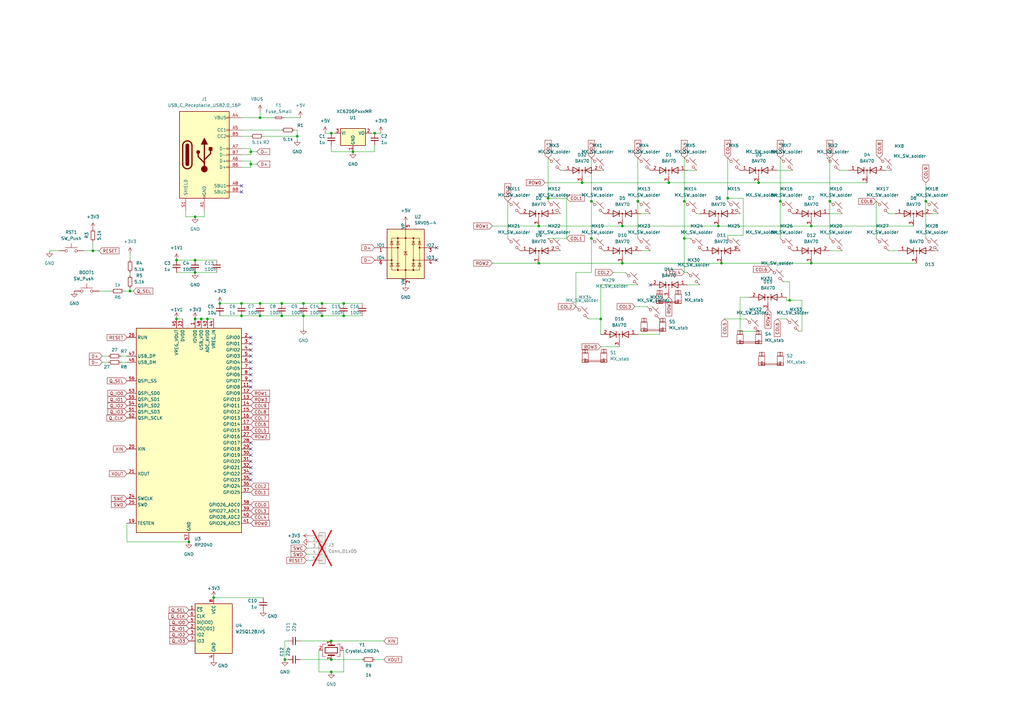
<source format=kicad_sch>
(kicad_sch (version 20231120) (generator "eeschema") (generator_version "8.0")
  (paper "A3")
  (junction (at 280.67 82.55))
  (junction (at 132.08 129.54))
  (junction (at 99.06 124.46))
  (junction (at 80.01 111.76))
  (junction (at 72.39 130.81))
  (junction (at 153.67 54.61))
  (junction (at 121.92 55.88))
  (junction (at 332.74 92.71))
  (junction (at 323.85 123.19))
  (junction (at 115.57 124.46))
  (junction (at 242.57 97.79))
  (junction (at 77.47 222.25))
  (junction (at 116.84 270.51))
  (junction (at 102.87 67.31))
  (junction (at 135.89 270.51))
  (junction (at 99.06 129.54))
  (junction (at 255.27 107.95))
  (junction (at 80.01 130.81))
  (junction (at 80.01 88.9))
  (junction (at 53.34 119.38))
  (junction (at 124.46 124.46))
  (junction (at 255.27 92.71))
  (junction (at 102.87 62.23))
  (junction (at 220.98 92.71))
  (junction (at 106.68 48.26))
  (junction (at 295.91 107.95))
  (junction (at 82.55 130.81))
  (junction (at 90.17 124.46))
  (junction (at 72.39 106.68))
  (junction (at 242.57 82.55))
  (junction (at 298.45 81.28))
  (junction (at 87.63 245.11))
  (junction (at 224.79 81.28))
  (junction (at 106.68 129.54))
  (junction (at 294.64 92.71))
  (junction (at 124.46 129.54))
  (junction (at 220.98 107.95))
  (junction (at 311.15 74.93))
  (junction (at 115.57 129.54))
  (junction (at 80.01 106.68))
  (junction (at 140.97 129.54))
  (junction (at 135.89 54.61))
  (junction (at 85.09 130.81))
  (junction (at 379.73 82.55))
  (junction (at 106.68 124.46))
  (junction (at 144.78 62.23))
  (junction (at 332.74 107.95))
  (junction (at 140.97 124.46))
  (junction (at 340.36 82.55))
  (junction (at 274.32 74.93))
  (junction (at 246.38 130.81))
  (junction (at 135.89 262.89))
  (junction (at 238.76 74.93))
  (junction (at 38.1 102.87))
  (junction (at 320.04 82.55))
  (junction (at 261.62 82.55))
  (junction (at 135.89 275.59))
  (junction (at 132.08 124.46))
  (junction (at 280.67 97.79))
  (no_connect (at 102.87 186.69))
  (no_connect (at 102.87 181.61))
  (no_connect (at 99.06 78.74))
  (no_connect (at 102.87 146.05))
  (no_connect (at 102.87 184.15))
  (no_connect (at 102.87 153.67))
  (no_connect (at 266.7 116.84))
  (no_connect (at 102.87 140.97))
  (no_connect (at 102.87 158.75))
  (no_connect (at 102.87 194.31))
  (no_connect (at 179.07 106.68))
  (no_connect (at 179.07 101.6))
  (no_connect (at 102.87 189.23))
  (no_connect (at 102.87 151.13))
  (no_connect (at 102.87 196.85))
  (no_connect (at 99.06 76.2))
  (no_connect (at 102.87 156.21))
  (no_connect (at 102.87 148.59))
  (no_connect (at 102.87 191.77))
  (no_connect (at 102.87 138.43))
  (no_connect (at 102.87 143.51))
  (wire (pts (xy 364.49 87.63) (xy 367.03 87.63)))
  (wire (pts (xy 105.41 62.23) (xy 102.87 62.23)))
  (wire (pts (xy 246.38 116.84) (xy 246.38 130.81)))
  (wire (pts (xy 302.26 87.63) (xy 303.53 87.63)))
  (wire (pts (xy 238.76 74.93) (xy 274.32 74.93)))
  (wire (pts (xy 135.89 262.89) (xy 123.19 262.89)))
  (wire (pts (xy 40.64 119.38) (xy 45.72 119.38)))
  (wire (pts (xy 80.01 111.76) (xy 88.9 111.76)))
  (wire (pts (xy 102.87 60.96) (xy 102.87 62.23)))
  (wire (pts (xy 201.93 92.71) (xy 220.98 92.71)))
  (wire (pts (xy 124.46 129.54) (xy 124.46 134.62)))
  (wire (pts (xy 261.62 116.84) (xy 246.38 116.84)))
  (wire (pts (xy 80.01 88.9) (xy 83.82 88.9)))
  (wire (pts (xy 303.53 121.92) (xy 307.34 121.92)))
  (wire (pts (xy 99.06 66.04) (xy 102.87 66.04)))
  (wire (pts (xy 340.36 82.55) (xy 340.36 97.79)))
  (wire (pts (xy 254 142.24) (xy 246.38 142.24)))
  (wire (pts (xy 322.58 121.92) (xy 322.58 123.19)))
  (wire (pts (xy 118.11 262.89) (xy 116.84 262.89)))
  (wire (pts (xy 135.89 54.61) (xy 137.16 54.61)))
  (wire (pts (xy 102.87 66.04) (xy 102.87 67.31)))
  (wire (pts (xy 320.04 82.55) (xy 320.04 97.79)))
  (wire (pts (xy 124.46 124.46) (xy 132.08 124.46)))
  (wire (pts (xy 318.77 69.85) (xy 325.12 69.85)))
  (wire (pts (xy 106.68 45.72) (xy 106.68 48.26)))
  (wire (pts (xy 82.55 130.81) (xy 85.09 130.81)))
  (wire (pts (xy 304.8 81.28) (xy 304.8 96.52)))
  (wire (pts (xy 201.93 107.95) (xy 220.98 107.95)))
  (wire (pts (xy 125.73 227.33) (xy 127 227.33)))
  (wire (pts (xy 133.35 54.61) (xy 135.89 54.61)))
  (wire (pts (xy 130.81 275.59) (xy 135.89 275.59)))
  (wire (pts (xy 34.29 102.87) (xy 38.1 102.87)))
  (wire (pts (xy 223.52 74.93) (xy 238.76 74.93)))
  (wire (pts (xy 344.17 69.85) (xy 347.98 69.85)))
  (wire (pts (xy 270.51 130.81) (xy 270.51 137.16)))
  (wire (pts (xy 116.84 262.89) (xy 116.84 270.51)))
  (wire (pts (xy 49.53 146.05) (xy 52.07 146.05)))
  (wire (pts (xy 261.62 82.55) (xy 261.62 97.79)))
  (wire (pts (xy 106.68 124.46) (xy 115.57 124.46)))
  (wire (pts (xy 382.27 87.63) (xy 384.81 87.63)))
  (wire (pts (xy 246.38 130.81) (xy 246.38 137.16)))
  (wire (pts (xy 379.73 82.55) (xy 379.73 97.79)))
  (wire (pts (xy 107.95 55.88) (xy 121.92 55.88)))
  (wire (pts (xy 328.93 135.89) (xy 328.93 123.19)))
  (wire (pts (xy 99.06 63.5) (xy 102.87 63.5)))
  (wire (pts (xy 120.65 53.34) (xy 121.92 53.34)))
  (wire (pts (xy 49.53 148.59) (xy 52.07 148.59)))
  (wire (pts (xy 72.39 106.68) (xy 80.01 106.68)))
  (wire (pts (xy 359.41 82.55) (xy 359.41 97.79)))
  (wire (pts (xy 208.28 82.55) (xy 208.28 97.79)))
  (wire (pts (xy 280.67 97.79) (xy 280.67 111.76)))
  (wire (pts (xy 87.63 245.11) (xy 107.95 245.11)))
  (wire (pts (xy 220.98 92.71) (xy 255.27 92.71)))
  (wire (pts (xy 83.82 88.9) (xy 83.82 86.36)))
  (wire (pts (xy 255.27 92.71) (xy 294.64 92.71)))
  (wire (pts (xy 295.91 107.95) (xy 332.74 107.95)))
  (wire (pts (xy 303.53 121.92) (xy 303.53 135.89)))
  (wire (pts (xy 99.06 124.46) (xy 106.68 124.46)))
  (wire (pts (xy 242.57 82.55) (xy 242.57 97.79)))
  (wire (pts (xy 99.06 53.34) (xy 115.57 53.34)))
  (wire (pts (xy 340.36 64.77) (xy 339.09 64.77)))
  (wire (pts (xy 72.39 130.81) (xy 74.93 130.81)))
  (wire (pts (xy 80.01 106.68) (xy 88.9 106.68)))
  (wire (pts (xy 265.43 125.73) (xy 260.35 125.73)))
  (wire (pts (xy 242.57 64.77) (xy 242.57 82.55)))
  (wire (pts (xy 80.01 130.81) (xy 82.55 130.81)))
  (wire (pts (xy 125.73 229.87) (xy 127 229.87)))
  (wire (pts (xy 251.46 111.76) (xy 256.54 111.76)))
  (wire (pts (xy 102.87 67.31) (xy 102.87 68.58)))
  (wire (pts (xy 224.79 97.79) (xy 232.41 97.79)))
  (wire (pts (xy 281.94 69.85) (xy 285.75 69.85)))
  (wire (pts (xy 20.32 102.87) (xy 24.13 102.87)))
  (wire (pts (xy 304.8 96.52) (xy 298.45 96.52)))
  (wire (pts (xy 124.46 129.54) (xy 132.08 129.54)))
  (wire (pts (xy 311.15 74.93) (xy 355.6 74.93)))
  (wire (pts (xy 322.58 123.19) (xy 323.85 123.19)))
  (wire (pts (xy 153.67 59.69) (xy 153.67 62.23)))
  (wire (pts (xy 135.89 62.23) (xy 144.78 62.23)))
  (wire (pts (xy 318.77 130.81) (xy 322.58 130.81)))
  (wire (pts (xy 298.45 81.28) (xy 298.45 82.55)))
  (wire (pts (xy 262.89 87.63) (xy 266.7 87.63)))
  (wire (pts (xy 304.8 81.28) (xy 298.45 81.28)))
  (wire (pts (xy 298.45 96.52) (xy 298.45 97.79)))
  (wire (pts (xy 228.6 102.87) (xy 229.87 102.87)))
  (wire (pts (xy 241.3 130.81) (xy 246.38 130.81)))
  (wire (pts (xy 125.73 224.79) (xy 127 224.79)))
  (wire (pts (xy 76.2 86.36) (xy 76.2 88.9)))
  (wire (pts (xy 72.39 111.76) (xy 80.01 111.76)))
  (wire (pts (xy 41.91 146.05) (xy 44.45 146.05)))
  (wire (pts (xy 220.98 107.95) (xy 255.27 107.95)))
  (wire (pts (xy 236.22 125.73) (xy 236.22 111.76)))
  (wire (pts (xy 298.45 64.77) (xy 298.45 81.28)))
  (wire (pts (xy 152.4 54.61) (xy 153.67 54.61)))
  (wire (pts (xy 53.34 119.38) (xy 54.61 119.38)))
  (wire (pts (xy 135.89 270.51) (xy 148.59 270.51)))
  (wire (pts (xy 90.17 129.54) (xy 99.06 129.54)))
  (wire (pts (xy 332.74 92.71) (xy 374.65 92.71)))
  (wire (pts (xy 280.67 64.77) (xy 280.67 82.55)))
  (wire (pts (xy 41.91 148.59) (xy 44.45 148.59)))
  (wire (pts (xy 340.36 102.87) (xy 345.44 102.87)))
  (wire (pts (xy 135.89 59.69) (xy 135.89 62.23)))
  (wire (pts (xy 99.06 68.58) (xy 102.87 68.58)))
  (wire (pts (xy 123.19 270.51) (xy 135.89 270.51)))
  (wire (pts (xy 281.94 116.84) (xy 287.02 116.84)))
  (wire (pts (xy 38.1 99.06) (xy 38.1 102.87)))
  (wire (pts (xy 323.85 115.57) (xy 321.31 115.57)))
  (wire (pts (xy 140.97 124.46) (xy 148.59 124.46)))
  (wire (pts (xy 153.67 270.51) (xy 157.48 270.51)))
  (wire (pts (xy 132.08 124.46) (xy 140.97 124.46)))
  (wire (pts (xy 90.17 124.46) (xy 99.06 124.46)))
  (wire (pts (xy 50.8 119.38) (xy 53.34 119.38)))
  (wire (pts (xy 52.07 222.25) (xy 77.47 222.25)))
  (wire (pts (xy 255.27 107.95) (xy 295.91 107.95)))
  (wire (pts (xy 270.51 137.16) (xy 261.62 137.16)))
  (wire (pts (xy 280.67 82.55) (xy 280.67 97.79)))
  (wire (pts (xy 236.22 111.76) (xy 242.57 111.76)))
  (wire (pts (xy 340.36 64.77) (xy 340.36 82.55)))
  (wire (pts (xy 99.06 129.54) (xy 106.68 129.54)))
  (wire (pts (xy 99.06 48.26) (xy 106.68 48.26)))
  (wire (pts (xy 121.92 55.88) (xy 121.92 57.15)))
  (wire (pts (xy 297.18 130.81) (xy 306.07 130.81)))
  (wire (pts (xy 262.89 102.87) (xy 266.7 102.87)))
  (wire (pts (xy 115.57 129.54) (xy 124.46 129.54)))
  (wire (pts (xy 106.68 129.54) (xy 115.57 129.54)))
  (wire (pts (xy 115.57 124.46) (xy 124.46 124.46)))
  (wire (pts (xy 379.73 74.93) (xy 379.73 82.55)))
  (wire (pts (xy 99.06 55.88) (xy 102.87 55.88)))
  (wire (pts (xy 102.87 62.23) (xy 102.87 63.5)))
  (wire (pts (xy 294.64 92.71) (xy 332.74 92.71)))
  (wire (pts (xy 383.54 102.87) (xy 384.81 102.87)))
  (wire (pts (xy 363.22 69.85) (xy 365.76 69.85)))
  (wire (pts (xy 53.34 118.11) (xy 53.34 119.38)))
  (wire (pts (xy 242.57 111.76) (xy 242.57 97.79)))
  (wire (pts (xy 224.79 81.28) (xy 232.41 81.28)))
  (wire (pts (xy 323.85 115.57) (xy 323.85 123.19)))
  (wire (pts (xy 153.67 54.61) (xy 156.21 54.61)))
  (wire (pts (xy 229.87 69.85) (xy 231.14 69.85)))
  (wire (pts (xy 105.41 67.31) (xy 102.87 67.31)))
  (wire (pts (xy 85.09 130.81) (xy 87.63 130.81)))
  (wire (pts (xy 247.65 69.85) (xy 246.38 69.85)))
  (wire (pts (xy 280.67 111.76) (xy 281.94 111.76)))
  (wire (pts (xy 261.62 64.77) (xy 261.62 82.55)))
  (wire (pts (xy 116.84 48.26) (xy 123.19 48.26)))
  (wire (pts (xy 53.34 104.14) (xy 53.34 106.68)))
  (wire (pts (xy 132.08 129.54) (xy 140.97 129.54)))
  (wire (pts (xy 135.89 262.89) (xy 157.48 262.89)))
  (wire (pts (xy 53.34 111.76) (xy 53.34 113.03)))
  (wire (pts (xy 320.04 64.77) (xy 320.04 82.55)))
  (wire (pts (xy 224.79 64.77) (xy 224.79 81.28)))
  (wire (pts (xy 323.85 123.19) (xy 328.93 123.19)))
  (wire (pts (xy 332.74 107.95) (xy 375.92 107.95)))
  (wire (pts (xy 99.06 60.96) (xy 102.87 60.96)))
  (wire (pts (xy 153.67 62.23) (xy 144.78 62.23)))
  (wire (pts (xy 52.07 214.63) (xy 52.07 222.25)))
  (wire (pts (xy 228.6 87.63) (xy 229.87 87.63)))
  (wire (pts (xy 232.41 81.28) (xy 232.41 97.79)))
  (wire (pts (xy 274.32 74.93) (xy 311.15 74.93)))
  (wire (pts (xy 116.84 270.51) (xy 118.11 270.51)))
  (wire (pts (xy 106.68 48.26) (xy 111.76 48.26)))
  (wire (pts (xy 364.49 102.87) (xy 368.3 102.87)))
  (wire (pts (xy 285.75 87.63) (xy 287.02 87.63)))
  (wire (pts (xy 280.67 97.79) (xy 283.21 97.79)))
  (wire (pts (xy 76.2 88.9) (xy 80.01 88.9)))
  (wire (pts (xy 140.97 275.59) (xy 135.89 275.59)))
  (wire (pts (xy 140.97 129.54) (xy 148.59 129.54)))
  (wire (pts (xy 224.79 81.28) (xy 224.79 82.55)))
  (wire (pts (xy 328.93 135.89) (xy 327.66 135.89)))
  (wire (pts (xy 130.81 266.7) (xy 130.81 275.59)))
  (wire (pts (xy 140.97 266.7) (xy 140.97 275.59)))
  (wire (pts (xy 340.36 87.63) (xy 345.44 87.63)))
  (wire (pts (xy 40.64 102.87) (xy 38.1 102.87)))
  (wire (pts (xy 121.92 53.34) (xy 121.92 55.88)))
  (wire (pts (xy 311.15 135.89) (xy 303.53 135.89)))
  (global_label "COL6" (shape input) (at 102.87 173.99 0) (property "Intersheetrefs" "${INTERSHEET_REFS}" (effects (hide yes))))
  (global_label "Q_IO1" (shape input) (at 52.07 163.83 180) (property "Intersheetrefs" "${INTERSHEET_REFS}" (effects (hide yes))))
  (global_label "COL3" (shape input) (at 261.62 64.77 90) (property "Intersheetrefs" "${INTERSHEET_REFS}" (effects (hide yes))))
  (global_label "COL1" (shape input) (at 102.87 201.93 0) (property "Intersheetrefs" "${INTERSHEET_REFS}" (effects (hide yes))))
  (global_label "D-" (shape input) (at 41.91 148.59 180) (property "Intersheetrefs" "${INTERSHEET_REFS}" (effects (hide yes))))
  (global_label "COL2" (shape input) (at 251.46 111.76 180) (property "Intersheetrefs" "${INTERSHEET_REFS}" (effects (hide yes))))
  (global_label "COL3" (shape input) (at 102.87 209.55 0) (property "Intersheetrefs" "${INTERSHEET_REFS}" (effects (hide yes))))
  (global_label "Q_IO3" (shape input) (at 52.07 168.91 180) (property "Intersheetrefs" "${INTERSHEET_REFS}" (effects (hide yes))))
  (global_label "COL7" (shape input) (at 102.87 171.45 0) (property "Intersheetrefs" "${INTERSHEET_REFS}" (effects (hide yes))))
  (global_label "COL9" (shape input) (at 102.87 166.37 0) (property "Intersheetrefs" "${INTERSHEET_REFS}" (effects (hide yes))))
  (global_label "COL0" (shape input) (at 102.87 207.01 0) (property "Intersheetrefs" "${INTERSHEET_REFS}" (effects (hide yes))))
  (global_label "COL1" (shape input) (at 224.79 64.77 90) (property "Intersheetrefs" "${INTERSHEET_REFS}" (effects (hide yes))))
  (global_label "RESET" (shape input) (at 40.64 102.87 0) (property "Intersheetrefs" "${INTERSHEET_REFS}" (effects (hide yes))))
  (global_label "Q_IO0" (shape input) (at 77.47 255.27 180) (property "Intersheetrefs" "${INTERSHEET_REFS}" (effects (hide yes))))
  (global_label "XOUT" (shape input) (at 157.48 270.51 0) (property "Intersheetrefs" "${INTERSHEET_REFS}" (effects (hide yes))))
  (global_label "D+" (shape input) (at 153.67 101.6 180) (property "Intersheetrefs" "${INTERSHEET_REFS}" (effects (hide yes))))
  (global_label "XOUT" (shape input) (at 52.07 194.31 180) (property "Intersheetrefs" "${INTERSHEET_REFS}" (effects (hide yes))))
  (global_label "COL6" (shape input) (at 318.77 130.81 270) (property "Intersheetrefs" "${INTERSHEET_REFS}" (effects (hide yes))))
  (global_label "COL0" (shape input) (at 208.28 82.55 90) (property "Intersheetrefs" "${INTERSHEET_REFS}" (effects (hide yes))))
  (global_label "COL5" (shape input) (at 298.45 64.77 90) (property "Intersheetrefs" "${INTERSHEET_REFS}" (effects (hide yes))))
  (global_label "COL6" (shape input) (at 320.04 64.77 90) (property "Intersheetrefs" "${INTERSHEET_REFS}" (effects (hide yes))))
  (global_label "Q_IO0" (shape input) (at 52.07 161.29 180) (property "Intersheetrefs" "${INTERSHEET_REFS}" (effects (hide yes))))
  (global_label "COL4" (shape input) (at 280.67 111.76 180) (property "Intersheetrefs" "${INTERSHEET_REFS}" (effects (hide yes))))
  (global_label "ROW2" (shape input) (at 201.93 107.95 180) (property "Intersheetrefs" "${INTERSHEET_REFS}" (effects (hide yes))))
  (global_label "ROW3" (shape input) (at 246.38 142.24 180) (property "Intersheetrefs" "${INTERSHEET_REFS}" (effects (hide yes))))
  (global_label "Q_SEL" (shape input) (at 54.61 119.38 0) (property "Intersheetrefs" "${INTERSHEET_REFS}" (effects (hide yes))))
  (global_label "SWD" (shape input) (at 52.07 207.01 180) (property "Intersheetrefs" "${INTERSHEET_REFS}" (effects (hide yes))))
  (global_label "ROW3" (shape input) (at 314.96 127 270) (property "Intersheetrefs" "${INTERSHEET_REFS}" (effects (hide yes))))
  (global_label "COL4" (shape input) (at 280.67 64.77 90) (property "Intersheetrefs" "${INTERSHEET_REFS}" (effects (hide yes))))
  (global_label "COL4" (shape input) (at 102.87 212.09 0) (property "Intersheetrefs" "${INTERSHEET_REFS}" (effects (hide yes))))
  (global_label "COL8" (shape input) (at 102.87 168.91 0) (property "Intersheetrefs" "${INTERSHEET_REFS}" (effects (hide yes))))
  (global_label "COL5" (shape input) (at 297.18 130.81 270) (property "Intersheetrefs" "${INTERSHEET_REFS}" (effects (hide yes))))
  (global_label "ROW3" (shape input) (at 102.87 163.83 0) (property "Intersheetrefs" "${INTERSHEET_REFS}" (effects (hide yes))))
  (global_label "COL5" (shape input) (at 102.87 176.53 0) (property "Intersheetrefs" "${INTERSHEET_REFS}" (effects (hide yes))))
  (global_label "COL9" (shape input) (at 379.73 74.93 90) (property "Intersheetrefs" "${INTERSHEET_REFS}" (effects (hide yes))))
  (global_label "Q_CLK" (shape input) (at 52.07 171.45 180) (property "Intersheetrefs" "${INTERSHEET_REFS}" (effects (hide yes))))
  (global_label "Q_IO1" (shape input) (at 77.47 257.81 180) (property "Intersheetrefs" "${INTERSHEET_REFS}" (effects (hide yes))))
  (global_label "Q_IO2" (shape input) (at 77.47 260.35 180) (property "Intersheetrefs" "${INTERSHEET_REFS}" (effects (hide yes))))
  (global_label "D-" (shape input) (at 153.67 106.68 180) (property "Intersheetrefs" "${INTERSHEET_REFS}" (effects (hide yes))))
  (global_label "SWD" (shape input) (at 125.73 227.33 180) (property "Intersheetrefs" "${INTERSHEET_REFS}" (effects (hide yes))))
  (global_label "Q_SEL" (shape input) (at 52.07 156.21 180) (property "Intersheetrefs" "${INTERSHEET_REFS}" (effects (hide yes))))
  (global_label "COL7" (shape input) (at 340.36 64.77 90) (property "Intersheetrefs" "${INTERSHEET_REFS}" (effects (hide yes))))
  (global_label "D+" (shape input) (at 105.41 67.31 0) (property "Intersheetrefs" "${INTERSHEET_REFS}" (effects (hide yes))))
  (global_label "XIN" (shape input) (at 52.07 184.15 180) (property "Intersheetrefs" "${INTERSHEET_REFS}" (effects (hide yes))))
  (global_label "RESET" (shape input) (at 125.73 229.87 180) (property "Intersheetrefs" "${INTERSHEET_REFS}" (effects (hide yes))))
  (global_label "SWC" (shape input) (at 125.73 224.79 180) (property "Intersheetrefs" "${INTERSHEET_REFS}" (effects (hide yes))))
  (global_label "XIN" (shape input) (at 157.48 262.89 0) (property "Intersheetrefs" "${INTERSHEET_REFS}" (effects (hide yes))))
  (global_label "COL1" (shape input) (at 232.41 97.79 0) (property "Intersheetrefs" "${INTERSHEET_REFS}" (effects (hide yes))))
  (global_label "Q_IO3" (shape input) (at 77.47 262.89 180) (property "Intersheetrefs" "${INTERSHEET_REFS}" (effects (hide yes))))
  (global_label "ROW3" (shape input) (at 274.32 121.92 270) (property "Intersheetrefs" "${INTERSHEET_REFS}" (effects (hide yes))))
  (global_label "COL2" (shape input) (at 242.57 64.77 90) (property "Intersheetrefs" "${INTERSHEET_REFS}" (effects (hide yes))))
  (global_label "Q_IO2" (shape input) (at 52.07 166.37 180) (property "Intersheetrefs" "${INTERSHEET_REFS}" (effects (hide yes))))
  (global_label "COL6" (shape input) (at 316.23 110.49 180) (property "Intersheetrefs" "${INTERSHEET_REFS}" (effects (hide yes))))
  (global_label "COL2" (shape input) (at 236.22 125.73 180) (property "Intersheetrefs" "${INTERSHEET_REFS}" (effects (hide yes))))
  (global_label "COL3" (shape input) (at 260.35 125.73 180) (property "Intersheetrefs" "${INTERSHEET_REFS}" (effects (hide yes))))
  (global_label "RESET" (shape input) (at 52.07 138.43 180) (property "Intersheetrefs" "${INTERSHEET_REFS}" (effects (hide yes))))
  (global_label "ROW1" (shape input) (at 102.87 161.29 0) (property "Intersheetrefs" "${INTERSHEET_REFS}" (effects (hide yes))))
  (global_label "Q_SEL" (shape input) (at 77.47 250.19 180) (property "Intersheetrefs" "${INTERSHEET_REFS}" (effects (hide yes))))
  (global_label "ROW0" (shape input) (at 102.87 214.63 0) (property "Intersheetrefs" "${INTERSHEET_REFS}" (effects (hide yes))))
  (global_label "COL8" (shape input) (at 360.68 64.77 90) (property "Intersheetrefs" "${INTERSHEET_REFS}" (effects (hide yes))))
  (global_label "D+" (shape input) (at 41.91 146.05 180) (property "Intersheetrefs" "${INTERSHEET_REFS}" (effects (hide yes))))
  (global_label "ROW0" (shape input) (at 223.52 74.93 180) (property "Intersheetrefs" "${INTERSHEET_REFS}" (effects (hide yes))))
  (global_label "COL8" (shape input) (at 359.41 82.55 180) (property "Intersheetrefs" "${INTERSHEET_REFS}" (effects (hide yes))))
  (global_label "Q_CLK" (shape input) (at 77.47 252.73 180) (property "Intersheetrefs" "${INTERSHEET_REFS}" (effects (hide yes))))
  (global_label "ROW1" (shape input) (at 201.93 92.71 180) (property "Intersheetrefs" "${INTERSHEET_REFS}" (effects (hide yes))))
  (global_label "D-" (shape input) (at 105.41 62.23 0) (property "Intersheetrefs" "${INTERSHEET_REFS}" (effects (hide yes))))
  (global_label "ROW2" (shape input) (at 102.87 179.07 0) (property "Intersheetrefs" "${INTERSHEET_REFS}" (effects (hide yes))))
  (global_label "COL2" (shape input) (at 102.87 199.39 0) (property "Intersheetrefs" "${INTERSHEET_REFS}" (effects (hide yes))))
  (global_label "COL1" (shape input) (at 232.41 81.28 0) (property "Intersheetrefs" "${INTERSHEET_REFS}" (effects (hide yes))))
  (global_label "SWC" (shape input) (at 52.07 204.47 180) (property "Intersheetrefs" "${INTERSHEET_REFS}" (effects (hide yes))))
  (symbol (lib_id "power:+1V1") (at 72.39 130.81 0) (unit 1)
    (property "Reference" "#PWR020" (effects (hide yes)))
    (property "Value" "+1V1" (at 72.39 127 0))
  )
  (symbol (lib_id "Device:R_Small") (at 53.34 115.57 180) (unit 1)
    (property "Reference" "R5" (at 57.15 113.03 0))
    (property "Value" "5.1k" (at 57.15 115.57 0))
    (property "Footprint" "Resistor_SMD:R_0402_1005Metric" (effects (hide yes)))
  )
  (symbol (lib_id "PCM_marbastlib-mx:MX_SW_solder") (at 267.97 128.27 0) (unit 1)
    (property "Reference" "MX35" (at 269.24 121.92 0))
    (property "Value" "MX_SW_solder" (at 267.97 123.19 0))
    (property "Footprint" "MX_Solderable:MX-Solderable-1U" (effects (hide yes)))
  )
  (symbol (lib_id "Diode:BAV70") (at 355.6 69.85 0) (unit 1)
    (property "Reference" "D4" (at 355.6 63.5 0))
    (property "Value" "BAV70" (at 355.6 66.04 0))
    (property "Footprint" "Package_TO_SOT_SMD:SOT-23" (effects (hide yes)))
    (property "Datasheet" "https://assets.nexperia.com/documents/data-sheet/BAV70_SER.pdf" (effects (hide yes)))
  )
  (symbol (lib_id "Device:C_Small") (at 132.08 127 0) (unit 1)
    (property "Reference" "C14" (at 127 125.73 0) (effects (justify left)))
    (property "Value" "100n" (at 127 128.27 0) (effects (justify left)))
    (property "Footprint" "Capacitor_SMD:C_0402_1005Metric" (effects (hide yes)))
  )
  (symbol (lib_id "power:GND") (at 107.95 250.19 0) (unit 1)
    (property "Reference" "#PWR026" (effects (hide yes)))
    (property "Value" "GND" (at 111.76 252.73 0))
  )
  (symbol (lib_id "Diode:BAV70") (at 295.91 102.87 0) (unit 1)
    (property "Reference" "D11" (at 295.91 96.52 0))
    (property "Value" "BAV70" (at 295.91 99.06 0))
    (property "Footprint" "Package_TO_SOT_SMD:SOT-23" (effects (hide yes)))
    (property "Datasheet" "https://assets.nexperia.com/documents/data-sheet/BAV70_SER.pdf" (effects (hide yes)))
  )
  (symbol (lib_id "power:GND") (at 166.37 116.84 0) (unit 1)
    (property "Reference" "#PWR019" (effects (hide yes)))
    (property "Value" "GND" (at 166.37 121.92 0))
  )
  (symbol (lib_id "PCM_marbastlib-mx:MX_SW_solder") (at 264.16 85.09 0) (unit 1)
    (property "Reference" "MX13" (at 264.16 77.47 0))
    (property "Value" "MX_SW_solder" (at 264.16 80.01 0))
    (property "Footprint" "MX_Solderable:MX-Solderable-1U" (effects (hide yes)))
  )
  (symbol (lib_id "PCM_marbastlib-mx:MX_SW_solder") (at 342.9 85.09 0) (unit 1)
    (property "Reference" "MX10" (at 342.9 77.47 0))
    (property "Value" "MX_SW_solder" (at 342.9 80.01 0))
    (property "Footprint" "MX_Solderable:MX-Solderable-1U" (effects (hide yes)))
  )
  (symbol (lib_id "power:+5V") (at 123.19 48.26 0) (unit 1)
    (property "Reference" "#PWR02" (effects (hide yes)))
    (property "Value" "+5V" (at 123.19 43.18 0))
  )
  (symbol (lib_id "PCM_marbastlib-mx:MX_SW_solder") (at 318.77 113.03 0) (unit 1)
    (property "Reference" "MX31" (at 314.452 114.3 0))
    (property "Value" "MX_SW_solder" (at 318.77 107.95 0))
    (property "Footprint" "MX_Solderable:MX-Solderable-1U" (effects (hide yes)))
  )
  (symbol (lib_id "PCM_marbastlib-mx:MX_SW_solder") (at 284.48 114.3 0) (unit 1)
    (property "Reference" "MX30" (at 284.48 106.68 0))
    (property "Value" "MX_SW_solder" (at 284.48 108.585 0))
    (property "Footprint" "MX_Solderable:MX-Solderable-1U" (effects (hide yes)))
  )
  (symbol (lib_id "Device:C_Small") (at 107.95 247.65 0) (unit 1)
    (property "Reference" "C10" (at 101.6 246.38 0) (effects (justify left)))
    (property "Value" "1u" (at 102.87 248.92 0) (effects (justify left)))
    (property "Footprint" "Capacitor_SMD:C_0402_1005Metric" (effects (hide yes)))
  )
  (symbol (lib_id "Device:R_Small") (at 118.11 53.34 90) (unit 1)
    (property "Reference" "R1" (at 123.19 51.435 90))
    (property "Value" "5.1k" (at 118.11 57.15 90))
    (property "Footprint" "Resistor_SMD:R_0402_1005Metric" (effects (hide yes)))
  )
  (symbol (lib_id "Device:Fuse_Small") (at 114.3 48.26 0) (unit 1)
    (property "Reference" "F1" (at 114.3 43.18 0))
    (property "Value" "Fuse_Small" (at 114.3 45.72 0))
    (property "Footprint" "Fuse:Fuse_1206_3216Metric" (effects (hide yes)))
  )
  (symbol (lib_id "Device:C_Small") (at 153.67 57.15 0) (unit 1)
    (property "Reference" "C2" (at 156.21 55.8863 0) (effects (justify left)))
    (property "Value" "1u" (at 156.21 58.4263 0) (effects (justify left)))
    (property "Footprint" "Capacitor_SMD:C_0402_1005Metric" (effects (hide yes)))
  )
  (symbol (lib_id "PCM_marbastlib-mx:MX_SW_solder") (at 227.33 67.31 0) (unit 1)
    (property "Reference" "MX3" (at 227.33 59.69 0))
    (property "Value" "MX_SW_solder" (at 227.33 62.23 0))
    (property "Footprint" "MX_Solderable:MX-Solderable-1U" (effects (hide yes)))
  )
  (symbol (lib_id "power:+3V3") (at 38.1 93.98 0) (unit 1)
    (property "Reference" "#PWR010" (effects (hide yes)))
    (property "Value" "+3V3" (at 38.1 88.9 0))
  )
  (symbol (lib_id "power:GND") (at 30.48 119.38 0) (unit 1)
    (property "Reference" "#PWR018" (effects (hide yes)))
    (property "Value" "GND" (at 30.48 124.46 0))
  )
  (symbol (lib_id "power:+5V") (at 133.35 54.61 0) (unit 1)
    (property "Reference" "#PWR03" (effects (hide yes)))
    (property "Value" "+5V" (at 133.35 49.53 0))
  )
  (symbol (lib_id "power:+3V3") (at 87.63 245.11 0) (unit 1)
    (property "Reference" "#PWR025" (effects (hide yes)))
    (property "Value" "+3V3" (at 87.63 241.3 0))
  )
  (symbol (lib_id "PCM_marbastlib-mx:MX_SW_solder") (at 382.27 100.33 0) (unit 1)
    (property "Reference" "MX28" (at 382.27 92.71 0))
    (property "Value" "MX_SW_solder" (at 382.27 95.25 0))
    (property "Footprint" "MX_Solderable:MX-Solderable-1U" (effects (hide yes)))
  )
  (symbol (lib_id "PCM_marbastlib-mx:MX_SW_solder") (at 210.82 100.33 0) (unit 1)
    (property "Reference" "MX21" (at 210.82 92.71 0))
    (property "Value" "MX_SW_solder" (at 210.82 95.25 0))
    (property "Footprint" "MX_Solderable:MX-Solderable-1U" (effects (hide yes)))
  )
  (symbol (lib_id "Diode:BAV70") (at 375.92 102.87 0) (unit 1)
    (property "Reference" "D13" (at 381.254 108.458 0))
    (property "Value" "BAV70" (at 375.92 99.06 0))
    (property "Footprint" "Package_TO_SOT_SMD:SOT-23" (effects (hide yes)))
    (property "Datasheet" "https://assets.nexperia.com/documents/data-sheet/BAV70_SER.pdf" (effects (hide yes)))
  )
  (symbol (lib_id "Device:C_Small") (at 90.17 127 0) (unit 1)
    (property "Reference" "C5" (at 85.09 125.73 0) (effects (justify left)))
    (property "Value" "10u" (at 85.09 128.27 0) (effects (justify left)))
    (property "Footprint" "Capacitor_SMD:C_0402_1005Metric" (effects (hide yes)))
  )
  (symbol (lib_id "PCM_marbastlib-mx:MX_SW_solder") (at 361.95 85.09 0) (unit 1)
    (property "Reference" "MX17" (at 361.95 77.47 0))
    (property "Value" "MX_SW_solder" (at 361.95 80.01 0))
    (property "Footprint" "MX_Solderable:MX-Solderable-1U" (effects (hide yes)))
  )
  (symbol (lib_id "Diode:BAV70") (at 220.98 87.63 0) (mirror y) (unit 1)
    (property "Reference" "D2" (at 220.98 81.28 0))
    (property "Value" "BAV70" (at 220.98 83.82 0))
    (property "Footprint" "Package_TO_SOT_SMD:SOT-23" (effects (hide yes)))
    (property "Datasheet" "https://assets.nexperia.com/documents/data-sheet/BAV70_SER.pdf" (effects (hide yes)))
  )
  (symbol (lib_id "power:+3V3") (at 90.17 124.46 0) (unit 1)
    (property "Reference" "#PWR015" (effects (hide yes)))
    (property "Value" "+3V3" (at 90.17 119.38 0))
  )
  (symbol (lib_id "PCM_marbastlib-mx:MX_stab") (at 243.84 146.05 0) (unit 1)
    (property "Reference" "S1" (at 250.19 144.653 0) (effects (justify left)))
    (property "Value" "MX_stab" (at 250.19 147.193 0) (effects (justify left)))
    (property "Footprint" "PCM_marbastlib-mx:STAB_MX_P_2u" (effects (hide yes)))
  )
  (symbol (lib_id "PCM_marbastlib-mx:MX_SW_solder") (at 283.21 67.31 0) (unit 1)
    (property "Reference" "MX5" (at 283.21 59.69 0))
    (property "Value" "MX_SW_solder" (at 283.21 62.23 0))
    (property "Footprint" "MX_Solderable:MX-Solderable-1U" (effects (hide yes)))
  )
  (symbol (lib_id "power:+5V") (at 166.37 91.44 0) (unit 1)
    (property "Reference" "#PWR011" (effects (hide yes)))
    (property "Value" "+5V" (at 166.37 86.36 0))
  )
  (symbol (lib_id "power:GND") (at 124.46 134.62 0) (unit 1)
    (property "Reference" "#PWR017" (effects (hide yes)))
    (property "Value" "GND" (at 124.46 139.7 0))
  )
  (symbol (lib_id "Switch:SW_Push") (at 29.21 102.87 0) (unit 1)
    (property "Reference" "RST1" (at 29.21 95.25 0))
    (property "Value" "SW_Push" (at 29.21 97.79 0))
    (property "Footprint" "Button_Switch_SMD:SW_SPST_TL3342" (effects (hide yes)))
  )
  (symbol (lib_id "Device:R_Small") (at 46.99 148.59 270) (unit 1)
    (property "Reference" "R8" (at 50.8 150.495 90))
    (property "Value" "27" (at 43.815 150.495 90))
    (property "Footprint" "Resistor_SMD:R_0402_1005Metric" (effects (hide yes)))
  )
  (symbol (lib_id "Device:C_Small") (at 106.68 127 0) (unit 1)
    (property "Reference" "C7" (at 101.6 125.73 0) (effects (justify left)))
    (property "Value" "100n" (at 101.6 128.27 0) (effects (justify left)))
    (property "Footprint" "Capacitor_SMD:C_0402_1005Metric" (effects (hide yes)))
  )
  (symbol (lib_id "PCM_marbastlib-mx:MX_SW_solder") (at 322.58 85.09 0) (unit 1)
    (property "Reference" "MX16" (at 322.58 77.47 0))
    (property "Value" "MX_SW_solder" (at 322.58 80.01 0))
    (property "Footprint" "MX_Solderable:MX-Solderable-1U" (effects (hide yes)))
  )
  (symbol (lib_id "power:GND") (at 121.92 57.15 0) (unit 1)
    (property "Reference" "#PWR05" (effects (hide yes)))
    (property "Value" "GND" (at 121.92 62.23 0))
  )
  (symbol (lib_id "Regulator_Linear:XC6206PxxxMR") (at 144.78 54.61 0) (unit 1)
    (property "Reference" "U1" (at 144.78 48.26 0))
    (property "Value" "XC6206PxxxMR" (at 145.288 45.72 0))
    (property "Footprint" "Package_TO_SOT_SMD:SOT-23" (effects (hide yes)))
    (property "Datasheet" "https://www.torexsemi.com/file/xc6206/XC6206.pdf" (effects (hide yes)))
  )
  (symbol (lib_id "PCM_marbastlib-mx:MX_SW_solder") (at 300.99 100.33 0) (unit 1)
    (property "Reference" "MX25" (at 300.99 92.71 0))
    (property "Value" "MX_SW_solder" (at 312.42 95.25 0))
    (property "Footprint" "MX_Solderable:MX-Solderable-1U" (effects (hide yes)))
  )
  (symbol (lib_id "PCM_marbastlib-mx:MX_SW_solder") (at 300.99 85.09 0) (unit 1)
    (property "Reference" "MX15" (at 300.99 77.47 0))
    (property "Value" "MX_SW_solder" (at 312.42 80.01 0))
    (property "Footprint" "MX_Solderable:MX-Solderable-1U" (effects (hide yes)))
  )
  (symbol (lib_id "PCM_marbastlib-mx:MX_SW_solder") (at 238.76 128.27 0) (unit 1)
    (property "Reference" "MX34" (at 240.03 121.92 0))
    (property "Value" "MX_SW_solder" (at 238.76 123.19 0))
    (property "Footprint" "MX_Solderable:MX-Solderable-1U" (effects (hide yes)))
  )
  (symbol (lib_id "PCM_marbastlib-mx:MX_stab") (at 267.97 133.35 0) (unit 1)
    (property "Reference" "S5" (at 274.32 131.953 0) (effects (justify left)))
    (property "Value" "MX_stab" (at 274.32 134.493 0) (effects (justify left)))
    (property "Footprint" "PCM_marbastlib-mx:STAB_MX_P_3u" (effects (hide yes)))
  )
  (symbol (lib_id "Diode:BAV70") (at 255.27 87.63 0) (mirror y) (unit 1)
    (property "Reference" "D5" (at 255.27 81.28 0))
    (property "Value" "BAV70" (at 255.27 83.82 0))
    (property "Footprint" "Package_TO_SOT_SMD:SOT-23" (effects (hide yes)))
    (property "Datasheet" "https://assets.nexperia.com/documents/data-sheet/BAV70_SER.pdf" (effects (hide yes)))
  )
  (symbol (lib_id "PCM_marbastlib-mx:MX_stab") (at 274.32 121.92 0) (unit 1)
    (property "Reference" "S3" (at 280.67 120.523 0) (effects (justify left)))
    (property "Value" "MX_stab" (at 280.67 123.063 0) (effects (justify left)))
    (property "Footprint" "PCM_marbastlib-mx:STAB_MX_P_3u" (effects (hide yes)))
  )
  (symbol (lib_id "Device:R_Small") (at 105.41 55.88 90) (unit 1)
    (property "Reference" "R2" (at 109.22 58.42 90))
    (property "Value" "5.1k" (at 105.41 58.42 90))
    (property "Footprint" "Resistor_SMD:R_0402_1005Metric" (effects (hide yes)))
  )
  (symbol (lib_id "Diode:BAV70") (at 274.32 69.85 0) (mirror y) (unit 1)
    (property "Reference" "D1" (at 274.32 63.5 0))
    (property "Value" "BAV70" (at 274.32 66.04 0))
    (property "Footprint" "Package_TO_SOT_SMD:SOT-23" (effects (hide yes)))
    (property "Datasheet" "https://assets.nexperia.com/documents/data-sheet/BAV70_SER.pdf" (effects (hide yes)))
  )
  (symbol (lib_id "power:+3V3") (at 53.34 104.14 0) (unit 1)
    (property "Reference" "#PWR013" (effects (hide yes)))
    (property "Value" "+3V3" (at 53.34 99.06 0))
  )
  (symbol (lib_id "PCM_marbastlib-mx:MX_SW_solder") (at 300.99 67.31 0) (unit 1)
    (property "Reference" "MX6" (at 300.99 59.69 0))
    (property "Value" "MX_SW_solder" (at 312.42 62.23 0))
    (property "Footprint" "MX_Solderable:MX-Solderable-1U" (effects (hide yes)))
  )
  (symbol (lib_id "power:GND") (at 80.01 88.9 0) (unit 1)
    (property "Reference" "#PWR09" (effects (hide yes)))
    (property "Value" "GND" (at 80.01 93.98 0))
  )
  (symbol (lib_id "Device:C_Small") (at 115.57 127 0) (unit 1)
    (property "Reference" "C8" (at 110.49 125.73 0) (effects (justify left)))
    (property "Value" "100n" (at 110.49 128.27 0) (effects (justify left)))
    (property "Footprint" "Capacitor_SMD:C_0402_1005Metric" (effects (hide yes)))
  )
  (symbol (lib_id "Connector_Generic:Conn_01x05") (at 132.08 224.79 0) (unit 1) (dnp yes)
    (property "Reference" "J3" (at 134.62 223.52 0) (effects (justify left)))
    (property "Value" "Conn_01x05" (at 134.62 226.06 0) (effects (justify left)))
    (property "Footprint" "Connector_PinHeader_2.54mm:PinHeader_1x05_P2.54mm_Vertical" (effects (hide yes)))
  )
  (symbol (lib_id "power:GND") (at 116.84 270.51 0) (unit 1)
    (property "Reference" "#PWR028" (effects (hide yes)))
    (property "Value" "GND" (at 116.84 275.59 0))
  )
  (symbol (lib_id "PCM_marbastlib-mx:MX_SW_solder") (at 264.16 100.33 0) (unit 1)
    (property "Reference" "MX23" (at 264.16 92.71 0))
    (property "Value" "MX_SW_solder" (at 264.16 95.25 0))
    (property "Footprint" "MX_Solderable:MX-Solderable-1U" (effects (hide yes)))
  )
  (symbol (lib_id "PCM_marbastlib-mx:MX_SW_solder") (at 245.11 100.33 0) (unit 1)
    (property "Reference" "MX19" (at 245.11 92.71 0))
    (property "Value" "MX_SW_solder" (at 245.11 95.25 0))
    (property "Footprint" "MX_Solderable:MX-Solderable-1U" (effects (hide yes)))
  )
  (symbol (lib_id "Diode:BAV70") (at 332.74 102.87 0) (unit 1)
    (property "Reference" "D12" (at 332.74 96.52 0))
    (property "Value" "BAV70" (at 332.74 99.06 0))
    (property "Footprint" "Package_TO_SOT_SMD:SOT-23" (effects (hide yes)))
    (property "Datasheet" "https://assets.nexperia.com/documents/data-sheet/BAV70_SER.pdf" (effects (hide yes)))
  )
  (symbol (lib_id "power:GND") (at 87.63 270.51 0) (unit 1)
    (property "Reference" "#PWR027" (effects (hide yes)))
    (property "Value" "GND" (at 91.44 273.05 0))
  )
  (symbol (lib_id "Diode:BAV70") (at 294.64 87.63 0) (unit 1)
    (property "Reference" "D6" (at 294.64 81.28 0))
    (property "Value" "BAV70" (at 294.64 83.82 0))
    (property "Footprint" "Package_TO_SOT_SMD:SOT-23" (effects (hide yes)))
    (property "Datasheet" "https://assets.nexperia.com/documents/data-sheet/BAV70_SER.pdf" (effects (hide yes)))
  )
  (symbol (lib_id "PCM_marbastlib-mx:MX_SW_solder") (at 259.08 114.3 0) (unit 1)
    (property "Reference" "MX29" (at 249.555 114.935 0))
    (property "Value" "MX_SW_solder" (at 250.952 117.348 0))
    (property "Footprint" "MX_Solderable:MX-Solderable-1U" (effects (hide yes)))
  )
  (symbol (lib_id "power:GND") (at 77.47 222.25 0) (unit 1)
    (property "Reference" "#PWR022" (effects (hide yes)))
    (property "Value" "GND" (at 77.47 227.33 0))
  )
  (symbol (lib_id "Diode:BAV70") (at 311.15 69.85 0) (unit 1)
    (property "Reference" "D3" (at 311.15 63.5 0))
    (property "Value" "BAV70" (at 311.15 66.04 0))
    (property "Footprint" "Package_TO_SOT_SMD:SOT-23" (effects (hide yes)))
    (property "Datasheet" "https://assets.nexperia.com/documents/data-sheet/BAV70_SER.pdf" (effects (hide yes)))
  )
  (symbol (lib_id "power:GND") (at 144.78 62.23 0) (unit 1)
    (property "Reference" "#PWR06" (effects (hide yes)))
    (property "Value" "GND" (at 144.78 67.31 0))
  )
  (symbol (lib_id "power:+3V3") (at 127 219.71 90) (unit 1)
    (property "Reference" "#PWR023" (effects (hide yes)))
    (property "Value" "+3V3" (at 123.19 219.71 90) (effects (justify left)))
  )
  (symbol (lib_id "PCM_marbastlib-mx:MX_SW_solder") (at 341.63 67.31 0) (unit 1)
    (property "Reference" "MX2" (at 341.63 59.69 0))
    (property "Value" "MX_SW_solder" (at 341.63 62.23 0))
    (property "Footprint" "MX_Solderable:MX-Solderable-1U" (effects (hide yes)))
  )
  (symbol (lib_id "Device:R_Small") (at 46.99 146.05 270) (unit 1)
    (property "Reference" "R7" (at 50.8 144.145 90))
    (property "Value" "27" (at 46.99 143.51 90))
    (property "Footprint" "Resistor_SMD:R_0402_1005Metric" (effects (hide yes)))
  )
  (symbol (lib_id "Device:C_Small") (at 120.65 262.89 90) (unit 1)
    (property "Reference" "C11" (at 118.11 259.08 0) (effects (justify left)))
    (property "Value" "22p" (at 120.65 259.08 0) (effects (justify left)))
    (property "Footprint" "Capacitor_SMD:C_0402_1005Metric" (effects (hide yes)))
  )
  (symbol (lib_id "Device:C_Small") (at 135.89 57.15 0) (unit 1)
    (property "Reference" "C1" (at 130.81 55.88 0) (effects (justify left)))
    (property "Value" "1u" (at 130.81 58.42 0) (effects (justify left)))
    (property "Footprint" "Capacitor_SMD:C_0402_1005Metric" (effects (hide yes)))
  )
  (symbol (lib_id "Diode:BAV70") (at 374.65 87.63 0) (unit 1)
    (property "Reference" "D8" (at 374.65 81.28 0))
    (property "Value" "BAV70" (at 374.65 83.82 0))
    (property "Footprint" "Package_TO_SOT_SMD:SOT-23" (effects (hide yes)))
    (property "Datasheet" "https://assets.nexperia.com/documents/data-sheet/BAV70_SER.pdf" (effects (hide yes)))
  )
  (symbol (lib_id "Device:C_Small") (at 120.65 270.51 270) (mirror x) (unit 1)
    (property "Reference" "C12" (at 115.57 265.43 0) (effects (justify right)))
    (property "Value" "22p" (at 118.11 269.24 0) (effects (justify left)))
    (property "Footprint" "Capacitor_SMD:C_0402_1005Metric" (effects (hide yes)))
  )
  (symbol (lib_id "Device:C_Small") (at 140.97 127 0) (unit 1)
    (property "Reference" "C15" (at 135.89 125.73 0) (effects (justify left)))
    (property "Value" "100n" (at 135.89 128.27 0) (effects (justify left)))
    (property "Footprint" "Capacitor_SMD:C_0402_1005Metric" (effects (hide yes)))
  )
  (symbol (lib_id "power:GND") (at 80.01 111.76 0) (unit 1)
    (property "Reference" "#PWR016" (effects (hide yes)))
    (property "Value" "GND" (at 80.01 116.84 0))
  )
  (symbol (lib_id "Device:R_Small") (at 53.34 109.22 180) (unit 1)
    (property "Reference" "R4" (at 57.15 107.95 0))
    (property "Value" "5.1k" (at 57.15 110.49 0))
    (property "Footprint" "Resistor_SMD:R_0402_1005Metric" (effects (hide yes)))
  )
  (symbol (lib_id "Diode:BAV70") (at 254 137.16 0) (mirror y) (unit 1)
    (property "Reference" "D16" (at 254 130.81 0))
    (property "Value" "BAV70" (at 254 133.35 0))
    (property "Footprint" "Package_TO_SOT_SMD:SOT-23" (effects (hide yes)))
    (property "Datasheet" "https://assets.nexperia.com/documents/data-sheet/BAV70_SER.pdf" (effects (hide yes)))
  )
  (symbol (lib_id "power:VBUS") (at 106.68 45.72 0) (unit 1)
    (property "Reference" "#PWR01" (effects (hide yes)))
    (property "Value" "VBUS" (at 105.41 40.64 0))
  )
  (symbol (lib_id "power:GND") (at 127 222.25 270) (unit 1)
    (property "Reference" "#PWR024" (effects (hide yes)))
    (property "Value" "GND" (at 123.19 222.25 90) (effects (justify right)))
  )
  (symbol (lib_id "PCM_marbastlib-mx:MX_stab") (at 316.23 147.32 0) (unit 1)
    (property "Reference" "S2" (at 322.58 145.923 0) (effects (justify left)))
    (property "Value" "MX_stab" (at 322.58 148.463 0) (effects (justify left)))
    (property "Footprint" "PCM_marbastlib-mx:STAB_MX_P_2u" (effects (hide yes)))
  )
  (symbol (lib_id "PCM_marbastlib-mx:MX_SW_solder") (at 363.22 67.31 0) (unit 1)
    (property "Reference" "MX8" (at 368.808 59.944 0))
    (property "Value" "MX_SW_solder" (at 373.126 64.008 0))
    (property "Footprint" "MX_Solderable:MX-Solderable-1U" (effects (hide yes)))
  )
  (symbol (lib_id "Device:C_Small") (at 80.01 109.22 0) (unit 1)
    (property "Reference" "C4" (at 74.93 107.95 0) (effects (justify left)))
    (property "Value" "100n" (at 74.93 110.49 0) (effects (justify left)))
    (property "Footprint" "Capacitor_SMD:C_0402_1005Metric" (effects (hide yes)))
  )
  (symbol (lib_id "Diode:BAV70") (at 238.76 69.85 0) (unit 1)
    (property "Reference" "D32" (at 238.76 63.5 0))
    (property "Value" "BAV70" (at 238.76 66.04 0))
    (property "Footprint" "Package_TO_SOT_SMD:SOT-23" (effects (hide yes)))
    (property "Datasheet" "https://assets.nexperia.com/documents/data-sheet/BAV70_SER.pdf" (effects (hide yes)))
  )
  (symbol (lib_id "PCM_marbastlib-mx:MX_SW_solder") (at 325.12 133.35 0) (unit 1)
    (property "Reference" "MX33" (at 326.39 127 0))
    (property "Value" "MX_SW_solder" (at 325.12 128.27 0))
    (property "Footprint" "MX_Solderable:MX-Solderable-1U" (effects (hide yes)))
  )
  (symbol (lib_id "Connector:USB_C_Receptacle_USB2.0_16P") (at 83.82 63.5 0) (unit 1)
    (property "Reference" "J1" (at 83.82 40.64 0))
    (property "Value" "USB_C_Receptacle_USB2.0_16P" (at 83.82 43.18 0))
    (property "Footprint" "PCM_marbastlib-various:USB_C_Receptacle_HRO_TYPE-C-31-M-12" (effects (hide yes)))
    (property "Datasheet" "https://www.usb.org/sites/default/files/documents/usb_type-c.zip" (effects (hide yes)))
  )
  (symbol (lib_id "PCM_marbastlib-mx:MX_SW_solder") (at 285.75 100.33 0) (unit 1)
    (property "Reference" "MX24" (at 285.75 92.71 0))
    (property "Value" "MX_SW_solder" (at 285.75 95.25 0))
    (property "Footprint" "MX_Solderable:MX-Solderable-1U" (effects (hide yes)))
  )
  (symbol (lib_id "PCM_marbastlib-mx:MX_SW_solder") (at 308.61 133.35 0) (unit 1)
    (property "Reference" "MX32" (at 309.88 127 0))
    (property "Value" "MX_SW_solder" (at 308.61 128.27 0))
    (property "Footprint" "MX_Solderable:MX-Solderable-1U" (effects (hide yes)))
  )
  (symbol (lib_id "PCM_marbastlib-mx:MX_SW_solder") (at 322.58 100.33 0) (unit 1)
    (property "Reference" "MX26" (at 322.58 92.71 0))
    (property "Value" "MX_SW_solder" (at 322.58 95.25 0))
    (property "Footprint" "MX_Solderable:MX-Solderable-1U" (effects (hide yes)))
  )
  (symbol (lib_id "PCM_marbastlib-mx:MX_SW_solder") (at 264.16 67.31 0) (unit 1)
    (property "Reference" "MX4" (at 264.16 59.69 0))
    (property "Value" "MX_SW_solder" (at 264.16 62.23 0))
    (property "Footprint" "MX_Solderable:MX-Solderable-1U" (effects (hide yes)))
  )
  (symbol (lib_id "PCM_marbastlib-mx:MX_SW_solder") (at 283.21 85.09 0) (unit 1)
    (property "Reference" "MX14" (at 283.21 77.47 0))
    (property "Value" "MX_SW_solder" (at 283.21 80.01 0))
    (property "Footprint" "MX_Solderable:MX-Solderable-1U" (effects (hide yes)))
  )
  (symbol (lib_id "PCM_marbastlib-various:SRV05-4") (at 166.37 104.14 0) (unit 1)
    (property "Reference" "U2" (at 169.9961 88.9 0) (effects (justify left)))
    (property "Value" "SRV05-4" (at 169.9961 91.44 0) (effects (justify left)))
    (property "Footprint" "PCM_marbastlib-various:SOT-23-6-routable" (effects (hide yes)))
    (property "Datasheet" "http://www.onsemi.com/pub/Collateral/SRV05-4-D.PDF" (effects (hide yes)))
  )
  (symbol (lib_id "PCM_marbastlib-mx:MX_SW_solder") (at 361.95 100.33 0) (unit 1)
    (property "Reference" "MX27" (at 361.95 92.71 0))
    (property "Value" "MX_SW_solder" (at 361.95 95.25 0))
    (property "Footprint" "MX_Solderable:MX-Solderable-1U" (effects (hide yes)))
  )
  (symbol (lib_id "PCM_marbastlib-mx:MX_stab") (at 307.34 138.43 0) (unit 1)
    (property "Reference" "S4" (at 313.69 137.033 0) (effects (justify left)))
    (property "Value" "MX_stab" (at 313.69 139.573 0) (effects (justify left)))
    (property "Footprint" "PCM_marbastlib-mx:STAB_MX_P_3u" (effects (hide yes)))
  )
  (symbol (lib_id "PCM_marbastlib-mx:MX_SW_solder") (at 245.11 67.31 0) (unit 1)
    (property "Reference" "MX1" (at 245.11 59.69 0))
    (property "Value" "MX_SW_solder" (at 245.11 62.23 0))
    (property "Footprint" "MX_Solderable:MX-Solderable-1U" (effects (hide yes)))
  )
  (symbol (lib_id "Diode:BAV70") (at 255.27 102.87 0) (unit 1)
    (property "Reference" "D10" (at 255.27 96.52 0))
    (property "Value" "BAV70" (at 255.27 99.06 0))
    (property "Footprint" "Package_TO_SOT_SMD:SOT-23" (effects (hide yes)))
    (property "Datasheet" "https://assets.nexperia.com/documents/data-sheet/BAV70_SER.pdf" (effects (hide yes)))
  )
  (symbol (lib_id "Device:C_Small") (at 72.39 109.22 0) (unit 1)
    (property "Reference" "C3" (at 67.31 107.95 0) (effects (justify left)))
    (property "Value" "1u" (at 67.31 110.49 0) (effects (justify left)))
    (property "Footprint" "Capacitor_SMD:C_0402_1005Metric" (effects (hide yes)))
  )
  (symbol (lib_id "Device:C_Small") (at 99.06 127 0) (unit 1)
    (property "Reference" "C6" (at 93.98 125.73 0) (effects (justify left)))
    (property "Value" "1u" (at 93.98 128.27 0) (effects (justify left)))
    (property "Footprint" "Capacitor_SMD:C_0402_1005Metric" (effects (hide yes)))
  )
  (symbol (lib_id "PCM_marbastlib-mx:MX_SW_solder") (at 342.9 100.33 0) (unit 1)
    (property "Reference" "MX20" (at 342.9 92.71 0))
    (property "Value" "MX_SW_solder" (at 342.9 95.25 0))
    (property "Footprint" "MX_Solderable:MX-Solderable-1U" (effects (hide yes)))
  )
  (symbol (lib_id "MCU_RaspberryPi:RP2040") (at 77.47 176.53 0) (unit 1)
    (property "Reference" "U3" (at 79.6641 220.98 0) (effects (justify left)))
    (property "Value" "RP2040" (at 79.6641 223.52 0) (effects (justify left)))
    (property "Footprint" "Package_DFN_QFN:QFN-56-1EP_7x7mm_P0.4mm_EP3.2x3.2mm" (effects (hide yes)))
    (property "Datasheet" "https://datasheets.raspberrypi.com/rp2040/rp2040-datasheet.pdf" (effects (hide yes)))
  )
  (symbol (lib_id "Device:R_Small") (at 38.1 96.52 180) (unit 1)
    (property "Reference" "R3" (at 35.56 96.52 90))
    (property "Value" "5.1k" (at 40.64 96.52 90))
    (property "Footprint" "Resistor_SMD:R_0402_1005Metric" (effects (hide yes)))
  )
  (symbol (lib_id "Diode:BAV70") (at 332.74 87.63 0) (mirror y) (unit 1)
    (property "Reference" "D7" (at 332.74 81.28 0))
    (property "Value" "BAV70" (at 332.74 83.82 0))
    (property "Footprint" "Package_TO_SOT_SMD:SOT-23" (effects (hide yes)))
    (property "Datasheet" "https://assets.nexperia.com/documents/data-sheet/BAV70_SER.pdf" (effects (hide yes)))
  )
  (symbol (lib_id "Device:C_Small") (at 148.59 127 0) (unit 1)
    (property "Reference" "C16" (at 143.51 125.73 0) (effects (justify left)))
    (property "Value" "100n" (at 143.51 128.27 0) (effects (justify left)))
    (property "Footprint" "Capacitor_SMD:C_0402_1005Metric" (effects (hide yes)))
  )
  (symbol (lib_id "power:+3V3") (at 156.21 54.61 0) (unit 1)
    (property "Reference" "#PWR04" (effects (hide yes)))
    (property "Value" "+3V3" (at 156.21 49.53 0))
  )
  (symbol (lib_id "Memory_Flash:W25Q128JVS") (at 87.63 257.81 0) (unit 1)
    (property "Reference" "U4" (at 96.52 256.54 0) (effects (justify left)))
    (property "Value" "W25Q128JVS" (at 96.52 259.08 0) (effects (justify left)))
    (property "Footprint" "Package_SO:SOIC-8_5.23x5.23mm_P1.27mm" (effects (hide yes)))
    (property "Datasheet" "http://www.winbond.com/resource-files/w25q128jv_dtr%20revc%2003272018%20plus.pdf" (effects (hide yes)))
  )
  (symbol (lib_id "power:+1V1") (at 72.39 106.68 0) (unit 1)
    (property "Reference" "#PWR014" (effects (hide yes)))
    (property "Value" "+1V1" (at 72.39 101.6 0))
  )
  (symbol (lib_id "Device:Crystal_GND24") (at 135.89 266.7 90) (unit 1)
    (property "Reference" "Y1" (at 148.59 264.4841 90))
    (property "Value" "Crystal_GND24" (at 148.59 267.0241 90))
    (property "Footprint" "Crystal:Crystal_SMD_3225-4Pin_3.2x2.5mm" (effects (hide yes)))
  )
  (symbol (lib_id "power:GND") (at 135.89 275.59 0) (unit 1)
    (property "Reference" "#PWR029" (effects (hide yes)))
    (property "Value" "GND" (at 135.89 280.67 0))
  )
  (symbol (lib_id "Device:R_Small") (at 151.13 270.51 270) (unit 1)
    (property "Reference" "R9" (at 151.13 273.05 90))
    (property "Value" "1k" (at 151.13 276.86 90))
    (property "Footprint" "Resistor_SMD:R_0402_1005Metric" (effects (hide yes)))
  )
  (symbol (lib_id "Device:R_Small") (at 48.26 119.38 270) (unit 1)
    (property "Reference" "R6" (at 48.26 121.92 90))
    (property "Value" "1k" (at 48.26 116.84 90))
    (property "Footprint" "Resistor_SMD:R_0402_1005Metric" (effects (hide yes)))
  )
  (symbol (lib_id "power:GND") (at 20.32 102.87 0) (unit 1)
    (property "Reference" "#PWR012" (effects (hide yes)))
    (property "Value" "GND" (at 20.32 107.95 0))
  )
  (symbol (lib_id "Switch:SW_Push") (at 35.56 119.38 0) (unit 1)
    (property "Reference" "BOOT1" (at 35.56 111.76 0))
    (property "Value" "SW_Push" (at 34.29 114.3 0))
    (property "Footprint" "Button_Switch_SMD:SW_SPST_TL3342" (effects (hide yes)))
  )
  (symbol (lib_id "PCM_marbastlib-mx:MX_SW_solder") (at 227.33 100.33 0) (unit 1)
    (property "Reference" "MX22" (at 227.33 92.71 0))
    (property "Value" "MX_SW_solder" (at 227.33 95.25 0))
    (property "Footprint" "MX_Solderable:MX-Solderable-1U" (effects (hide yes)))
  )
  (symbol (lib_id "PCM_marbastlib-mx:MX_SW_solder") (at 322.58 67.31 0) (unit 1)
    (property "Reference" "MX7" (at 322.58 59.69 0))
    (property "Value" "MX_SW_solder" (at 322.58 62.23 0))
    (property "Footprint" "MX_Solderable:MX-Solderable-1U" (effects (hide yes)))
  )
  (symbol (lib_id "Diode:BAV70") (at 314.96 121.92 0) (mirror y) (unit 1)
    (property "Reference" "D15" (at 314.96 115.57 0))
    (property "Value" "BAV70" (at 314.96 118.11 0))
    (property "Footprint" "Package_TO_SOT_SMD:SOT-23" (effects (hide yes)))
    (property "Datasheet" "https://assets.nexperia.com/documents/data-sheet/BAV70_SER.pdf" (effects (hide yes)))
  )
  (symbol (lib_id "Diode:BAV70") (at 274.32 116.84 0) (mirror y) (unit 1)
    (property "Reference" "D14" (at 274.32 110.49 0))
    (property "Value" "BAV70" (at 274.32 113.03 0))
    (property "Footprint" "Package_TO_SOT_SMD:SOT-23" (effects (hide yes)))
    (property "Datasheet" "https://assets.nexperia.com/documents/data-sheet/BAV70_SER.pdf" (effects (hide yes)))
  )
  (symbol (lib_id "Device:C_Small") (at 124.46 127 0) (unit 1)
    (property "Reference" "C9" (at 119.38 125.73 0) (effects (justify left)))
    (property "Value" "100n" (at 119.38 128.27 0) (effects (justify left)))
    (property "Footprint" "Capacitor_SMD:C_0402_1005Metric" (effects (hide yes)))
  )
  (symbol (lib_id "Diode:BAV70") (at 220.98 102.87 0) (unit 1)
    (property "Reference" "D9" (at 220.98 96.52 0))
    (property "Value" "BAV70" (at 220.98 99.06 0))
    (property "Footprint" "Package_TO_SOT_SMD:SOT-23" (effects (hide yes)))
    (property "Datasheet" "https://assets.nexperia.com/documents/data-sheet/BAV70_SER.pdf" (effects (hide yes)))
  )
  (symbol (lib_id "PCM_marbastlib-mx:MX_SW_solder") (at 210.82 85.09 0) (unit 1)
    (property "Reference" "MX11" (at 210.82 77.47 0))
    (property "Value" "MX_SW_solder" (at 210.82 80.01 0))
    (property "Footprint" "MX_Solderable:MX-Solderable-1U" (effects (hide yes)))
  )
  (symbol (lib_id "power:+3V3") (at 80.01 130.81 0) (unit 1)
    (property "Reference" "#PWR021" (effects (hide yes)))
    (property "Value" "+3V3" (at 80.01 127 0))
  )
  (symbol (lib_id "PCM_marbastlib-mx:MX_SW_solder") (at 382.27 85.09 0) (unit 1)
    (property "Reference" "MX18" (at 382.27 77.47 0))
    (property "Value" "MX_SW_solder" (at 382.27 80.01 0))
    (property "Footprint" "MX_Solderable:MX-Solderable-1U" (effects (hide yes)))
  )
  (symbol (lib_id "Device:C_Small") (at 88.9 109.22 0) (unit 1)
    (property "Reference" "C13" (at 83.82 107.95 0) (effects (justify left)))
    (property "Value" "100n" (at 83.82 110.49 0) (effects (justify left)))
    (property "Footprint" "Capacitor_SMD:C_0402_1005Metric" (effects (hide yes)))
  )
  (symbol (lib_id "PCM_marbastlib-mx:MX_SW_solder") (at 245.11 85.09 0) (unit 1)
    (property "Reference" "MX9" (at 245.11 77.47 0))
    (property "Value" "MX_SW_solder" (at 245.11 80.01 0))
    (property "Footprint" "MX_Solderable:MX-Solderable-1U" (effects (hide yes)))
  )
  (symbol (lib_id "PCM_marbastlib-mx:MX_SW_solder") (at 227.33 85.09 0) (unit 1)
    (property "Reference" "MX12" (at 227.33 77.47 0))
    (property "Value" "MX_SW_solder" (at 227.33 80.01 0))
    (property "Footprint" "MX_Solderable:MX-Solderable-1U" (effects (hide yes)))
  )
)
</source>
